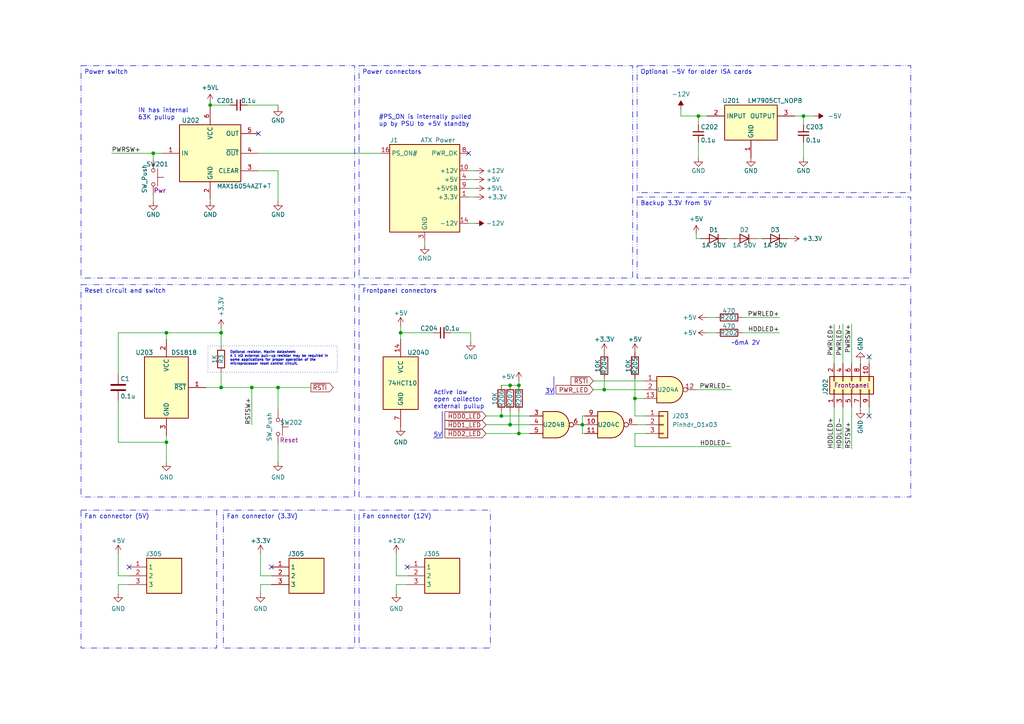
<source format=kicad_sch>
(kicad_sch (version 20230121) (generator eeschema)
  (paper "A4")
  (title_block (title "Raven 68060") (date "2024") (rev "A2") (company "Licensed under CERN-OHL-W v2") (comment 1 "(c)2024 Anders Granlund"))
  (lib_symbols
    (symbol "68k:171856-1003"
      (property "Reference" "J" (at 16.51 7.62 0))
      (property "Value" "171856-1003" (at 16.51 5.08 0))
      (symbol "171856-1003_1_1"
        (rectangle (start 5.08 2.54) (end 15.24 -7.62) (stroke (width 0.254)) (fill (type background)))
        (pin passive line (at 0 0 0) (length 5.08) (name "1") (number "1"))
        (pin passive line (at 0 -2.54 0) (length 5.08) (name "2") (number "2"))
        (pin passive line (at 0 -5.08 0) (length 5.08) (name "3") (number "3"))
      )
    )
    (symbol "68k:ATX_pwr24"
      (property "Reference" "J" (at -8.89 13.97 0))
      (property "Value" "ATX Power" (at 3.81 13.97 0))
      (symbol "ATX_pwr24_0_1"
        (rectangle (start -10.16 12.7) (end 10.16 -12.7) (stroke (width 0.254)) (fill (type background)))
      )
      (symbol "ATX_pwr24_1_1"
        (pin power_out line (at 12.7 -2.54 180) (length 2.54) (name "+3.3V") (number "1"))
        (pin power_out line (at 12.7 5.08 180) (length 2.54) (name "+12V") (number "10"))
        (pin passive line (at 12.7 5.08 180) (length 2.54) hide (name "+12V") (number "11"))
        (pin passive line (at 12.7 -2.54 180) (length 2.54) hide (name "+3.3V") (number "12"))
        (pin passive line (at 12.7 -2.54 180) (length 2.54) hide (name "+3.3V") (number "13"))
        (pin power_out line (at 12.7 -10.16 180) (length 2.54) (name "-12V") (number "14"))
        (pin passive line (at 0 -15.24 90) (length 2.54) hide (name "GND") (number "15"))
        (pin open_collector line (at -12.7 10.16 0) (length 2.54) (name "PS_ON#") (number "16"))
        (pin passive line (at 0 -15.24 90) (length 2.54) hide (name "GND") (number "17"))
        (pin passive line (at 0 -15.24 90) (length 2.54) hide (name "GND") (number "18"))
        (pin passive line (at 0 -15.24 90) (length 2.54) hide (name "GND") (number "19"))
        (pin passive line (at 12.7 -2.54 180) (length 2.54) hide (name "+3.3V") (number "2"))
        (pin no_connect line (at -10.16 0 0) (length 2.54) hide (name "NC") (number "20"))
        (pin passive line (at 12.7 2.54 180) (length 2.54) hide (name "+5V") (number "21"))
        (pin passive line (at 12.7 2.54 180) (length 2.54) hide (name "+5V") (number "22"))
        (pin passive line (at 12.7 2.54 180) (length 2.54) hide (name "+5V") (number "23"))
        (pin passive line (at 0 -15.24 90) (length 2.54) hide (name "GND") (number "24"))
        (pin power_out line (at 0 -15.24 90) (length 2.54) (name "GND") (number "3"))
        (pin power_out line (at 12.7 2.54 180) (length 2.54) (name "+5V") (number "4"))
        (pin passive line (at 0 -15.24 90) (length 2.54) hide (name "GND") (number "5"))
        (pin passive line (at 12.7 2.54 180) (length 2.54) hide (name "+5V") (number "6"))
        (pin passive line (at 0 -15.24 90) (length 2.54) hide (name "GND") (number "7"))
        (pin output line (at 12.7 10.16 180) (length 2.54) (name "PWR_OK") (number "8"))
        (pin power_out line (at 12.7 0 180) (length 2.54) (name "+5VSB") (number "9"))
      )
    )
    (symbol "68k:DS1818-10+T&R"
      (property "Reference" "U" (at 5.08 5.08 0))
      (property "Value" "DS1818" (at 6.35 -10.16 90))
      (symbol "DS1818-10+T&R_1_1"
        (rectangle (start 5.08 2.54) (end 17.78 -15.24) (stroke (width 0.254)) (fill (type background)))
        (pin open_collector line (at 22.86 -6.35 180) (length 5.08) (name "~{RST}") (number "1"))
        (pin power_in line (at 11.43 7.62 270) (length 5.08) (name "VCC") (number "2"))
        (pin power_in line (at 11.43 -20.32 90) (length 5.08) (name "GND") (number "3"))
      )
    )
    (symbol "68k:LM7905CT_NOPB"
      (property "Reference" "U" (at 21.59 7.62 0))
      (property "Value" "LM7905CT_NOPB" (at 21.59 5.08 0))
      (symbol "LM7905CT_NOPB_1_1"
        (rectangle (start 5.08 2.54) (end 20.32 -7.62) (stroke (width 0.254)) (fill (type background)))
        (pin power_in line (at 12.7 -12.7 90) (length 5.08) (name "GND") (number "1"))
        (pin power_in line (at 0 -0.635 0) (length 5.08) (name "INPUT") (number "2"))
        (pin power_out line (at 25.4 -0.635 180) (length 5.08) (name "OUTPUT") (number "3"))
      )
    )
    (symbol "68k:MAX16054AZT+T"
      (property "Reference" "U" (at 26.67 7.62 0))
      (property "Value" "MAX16054AZT+T" (at 26.67 5.08 0))
      (symbol "MAX16054AZT+T_1_1"
        (rectangle (start 7.62 2.54) (end 25.4 -13.97) (stroke (width 0.254)) (fill (type background)))
        (pin passive line (at 2.54 -5.715 0) (length 5.08) (name "IN") (number "1"))
        (pin passive line (at 16.51 -19.05 90) (length 5.08) (name "GND") (number "2"))
        (pin passive line (at 30.48 -10.795 180) (length 5.08) (name "CLEAR") (number "3"))
        (pin passive line (at 30.48 -5.715 180) (length 5.08) (name "~{OUT}") (number "4"))
        (pin passive line (at 30.48 0 180) (length 5.08) (name "OUT") (number "5"))
        (pin passive line (at 16.51 7.62 270) (length 5.08) (name "VCC") (number "6"))
      )
    )
    (symbol "68k:c_100nf_smd1206" (pin_numbers hide) (pin_names (offset 0.254) hide)
      (property "Reference" "C" (at 0.635 1.905 0))
      (property "Value" "0.1u" (at 0.635 -1.905 0))
      (symbol "c_100nf_smd1206_0_1"
        (polyline (pts (xy -1.524 -0.508) (xy 1.524 -0.508)) (stroke (width 0.3302)))
        (polyline (pts (xy -1.524 0.508) (xy 1.524 0.508)) (stroke (width 0.3048)))
      )
      (symbol "c_100nf_smd1206_1_1"
        (pin passive line (at 0 2.54 270) (length 2.032) (name "~") (number "1"))
        (pin passive line (at 0 -2.54 90) (length 2.032) (name "~") (number "2"))
      )
    )
    (symbol "68k:d_1n4001_smd123f" (pin_numbers hide) (pin_names (offset 1.016) hide)
      (property "Reference" "D" (at 0 2.54 0))
      (property "Value" "1A 50V" (at 0 -2.54 0))
      (symbol "d_1n4001_smd123f_0_1"
        (polyline (pts (xy -1.27 1.27) (xy -1.27 -1.27)) (stroke (width 0.254)))
        (polyline (pts (xy 1.27 0) (xy -1.27 0)))
        (polyline (pts (xy 1.27 1.27) (xy 1.27 -1.27) (xy -1.27 0) (xy 1.27 1.27)) (stroke (width 0.254)))
      )
      (symbol "d_1n4001_smd123f_1_1"
        (pin passive line (at -3.81 0 0) (length 2.54) (name "K") (number "1"))
        (pin passive line (at 3.81 0 180) (length 2.54) (name "A") (number "2"))
      )
    )
    (symbol "74xx:74LS10" (pin_names (offset 1.016))
      (property "Reference" "U" (at 0 1.27 0))
      (property "Value" "74LS10" (at 0 -1.27 0))
      (symbol "74LS10_1_1"
        (arc (start 0 -3.81) (mid 3.7934 0) (end 0 3.81) (stroke (width 0.254)) (fill (type background)))
        (polyline (pts (xy 0 3.81) (xy -3.81 3.81) (xy -3.81 -3.81) (xy 0 -3.81)) (stroke (width 0.254)) (fill (type background)))
        (pin input line (at -7.62 2.54 0) (length 3.81) (name "~") (number "1"))
        (pin output inverted (at 7.62 0 180) (length 3.81) (name "~") (number "12"))
        (pin input line (at -7.62 -2.54 0) (length 3.81) (name "~") (number "13"))
        (pin input line (at -7.62 0 0) (length 3.81) (name "~") (number "2"))
      )
      (symbol "74LS10_1_2"
        (arc (start -3.81 -3.81) (mid -2.589 0) (end -3.81 3.81) (stroke (width 0.254)))
        (arc (start -0.6096 -3.81) (mid 2.1842 -2.5851) (end 3.81 0) (stroke (width 0.254)) (fill (type background)))
        (polyline (pts (xy -3.81 -3.81) (xy -0.635 -3.81)) (stroke (width 0.254)) (fill (type background)))
        (polyline (pts (xy -3.81 3.81) (xy -0.635 3.81)) (stroke (width 0.254)) (fill (type background)))
        (polyline (pts (xy -0.635 3.81) (xy -3.81 3.81) (xy -3.81 3.81) (xy -3.556 3.4036) (xy -3.0226 2.2606) (xy -2.6924 1.0414) (xy -2.6162 -0.254) (xy -2.7686 -1.4986) (xy -3.175 -2.7178) (xy -3.81 -3.81) (xy -3.81 -3.81) (xy -0.635 -3.81)) (stroke (width -25.4)) (fill (type background)))
        (arc (start 3.81 0) (mid 2.1915 2.5936) (end -0.6096 3.81) (stroke (width 0.254)) (fill (type background)))
        (pin input inverted (at -7.62 2.54 0) (length 4.318) (name "~") (number "1"))
        (pin output line (at 7.62 0 180) (length 3.81) (name "~") (number "12"))
        (pin input inverted (at -7.62 -2.54 0) (length 4.318) (name "~") (number "13"))
        (pin input inverted (at -7.62 0 0) (length 4.953) (name "~") (number "2"))
      )
      (symbol "74LS10_2_1"
        (arc (start 0 -3.81) (mid 3.7934 0) (end 0 3.81) (stroke (width 0.254)) (fill (type background)))
        (polyline (pts (xy 0 3.81) (xy -3.81 3.81) (xy -3.81 -3.81) (xy 0 -3.81)) (stroke (width 0.254)) (fill (type background)))
        (pin input line (at -7.62 2.54 0) (length 3.81) (name "~") (number "3"))
        (pin input line (at -7.62 0 0) (length 3.81) (name "~") (number "4"))
        (pin input line (at -7.62 -2.54 0) (length 3.81) (name "~") (number "5"))
        (pin output inverted (at 7.62 0 180) (length 3.81) (name "~") (number "6"))
      )
      (symbol "74LS10_2_2"
        (arc (start -3.81 -3.81) (mid -2.589 0) (end -3.81 3.81) (stroke (width 0.254)))
        (arc (start -0.6096 -3.81) (mid 2.1842 -2.5851) (end 3.81 0) (stroke (width 0.254)) (fill (type background)))
        (polyline (pts (xy -3.81 -3.81) (xy -0.635 -3.81)) (stroke (width 0.254)) (fill (type background)))
        (polyline (pts (xy -3.81 3.81) (xy -0.635 3.81)) (stroke (width 0.254)) (fill (type background)))
        (polyline (pts (xy -0.635 3.81) (xy -3.81 3.81) (xy -3.81 3.81) (xy -3.556 3.4036) (xy -3.0226 2.2606) (xy -2.6924 1.0414) (xy -2.6162 -0.254) (xy -2.7686 -1.4986) (xy -3.175 -2.7178) (xy -3.81 -3.81) (xy -3.81 -3.81) (xy -0.635 -3.81)) (stroke (width -25.4)) (fill (type background)))
        (arc (start 3.81 0) (mid 2.1915 2.5936) (end -0.6096 3.81) (stroke (width 0.254)) (fill (type background)))
        (pin input inverted (at -7.62 2.54 0) (length 4.318) (name "~") (number "3"))
        (pin input inverted (at -7.62 0 0) (length 4.953) (name "~") (number "4"))
        (pin input inverted (at -7.62 -2.54 0) (length 4.318) (name "~") (number "5"))
        (pin output line (at 7.62 0 180) (length 3.81) (name "~") (number "6"))
      )
      (symbol "74LS10_3_1"
        (arc (start 0 -3.81) (mid 3.7934 0) (end 0 3.81) (stroke (width 0.254)) (fill (type background)))
        (polyline (pts (xy 0 3.81) (xy -3.81 3.81) (xy -3.81 -3.81) (xy 0 -3.81)) (stroke (width 0.254)) (fill (type background)))
        (pin input line (at -7.62 0 0) (length 3.81) (name "~") (number "10"))
        (pin input line (at -7.62 -2.54 0) (length 3.81) (name "~") (number "11"))
        (pin output inverted (at 7.62 0 180) (length 3.81) (name "~") (number "8"))
        (pin input line (at -7.62 2.54 0) (length 3.81) (name "~") (number "9"))
      )
      (symbol "74LS10_3_2"
        (arc (start -3.81 -3.81) (mid -2.589 0) (end -3.81 3.81) (stroke (width 0.254)))
        (arc (start -0.6096 -3.81) (mid 2.1842 -2.5851) (end 3.81 0) (stroke (width 0.254)) (fill (type background)))
        (polyline (pts (xy -3.81 -3.81) (xy -0.635 -3.81)) (stroke (width 0.254)) (fill (type background)))
        (polyline (pts (xy -3.81 3.81) (xy -0.635 3.81)) (stroke (width 0.254)) (fill (type background)))
        (polyline (pts (xy -0.635 3.81) (xy -3.81 3.81) (xy -3.81 3.81) (xy -3.556 3.4036) (xy -3.0226 2.2606) (xy -2.6924 1.0414) (xy -2.6162 -0.254) (xy -2.7686 -1.4986) (xy -3.175 -2.7178) (xy -3.81 -3.81) (xy -3.81 -3.81) (xy -0.635 -3.81)) (stroke (width -25.4)) (fill (type background)))
        (arc (start 3.81 0) (mid 2.1915 2.5936) (end -0.6096 3.81) (stroke (width 0.254)) (fill (type background)))
        (pin input inverted (at -7.62 0 0) (length 4.953) (name "~") (number "10"))
        (pin input inverted (at -7.62 -2.54 0) (length 4.318) (name "~") (number "11"))
        (pin output line (at 7.62 0 180) (length 3.81) (name "~") (number "8"))
        (pin input inverted (at -7.62 2.54 0) (length 4.318) (name "~") (number "9"))
      )
      (symbol "74LS10_4_0"
        (pin power_in line (at 0 12.7 270) (length 5.08) (name "VCC") (number "14"))
        (pin power_in line (at 0 -12.7 90) (length 5.08) (name "GND") (number "7"))
      )
      (symbol "74LS10_4_1"
        (rectangle (start -5.08 7.62) (end 5.08 -7.62) (stroke (width 0.254)) (fill (type background)))
      )
    )
    (symbol "Connector_Generic:Conn_01x03" (pin_names (offset 1.016) hide)
      (property "Reference" "J" (at 0 5.08 0))
      (property "Value" "Conn_01x03" (at 0 -5.08 0))
      (symbol "Conn_01x03_1_1"
        (rectangle (start -1.27 -2.413) (end 0 -2.667) (stroke (width 0.1524)))
        (rectangle (start -1.27 0.127) (end 0 -0.127) (stroke (width 0.1524)))
        (rectangle (start -1.27 2.667) (end 0 2.413) (stroke (width 0.1524)))
        (rectangle (start -1.27 3.81) (end 1.27 -3.81) (stroke (width 0.254)) (fill (type background)))
        (pin passive line (at -5.08 2.54 0) (length 3.81) (name "Pin_1") (number "1"))
        (pin passive line (at -5.08 0 0) (length 3.81) (name "Pin_2") (number "2"))
        (pin passive line (at -5.08 -2.54 0) (length 3.81) (name "Pin_3") (number "3"))
      )
    )
    (symbol "Connector_Generic:Conn_02x05_Odd_Even" (pin_names (offset 1.016) hide)
      (property "Reference" "J" (at 1.27 7.62 0))
      (property "Value" "Conn_02x05_Odd_Even" (at 1.27 -7.62 0))
      (symbol "Conn_02x05_Odd_Even_1_1"
        (rectangle (start -1.27 -4.953) (end 0 -5.207) (stroke (width 0.1524)))
        (rectangle (start -1.27 -2.413) (end 0 -2.667) (stroke (width 0.1524)))
        (rectangle (start -1.27 0.127) (end 0 -0.127) (stroke (width 0.1524)))
        (rectangle (start -1.27 2.667) (end 0 2.413) (stroke (width 0.1524)))
        (rectangle (start -1.27 5.207) (end 0 4.953) (stroke (width 0.1524)))
        (rectangle (start -1.27 6.35) (end 3.81 -6.35) (stroke (width 0.254)) (fill (type background)))
        (rectangle (start 3.81 -4.953) (end 2.54 -5.207) (stroke (width 0.1524)))
        (rectangle (start 3.81 -2.413) (end 2.54 -2.667) (stroke (width 0.1524)))
        (rectangle (start 3.81 0.127) (end 2.54 -0.127) (stroke (width 0.1524)))
        (rectangle (start 3.81 2.667) (end 2.54 2.413) (stroke (width 0.1524)))
        (rectangle (start 3.81 5.207) (end 2.54 4.953) (stroke (width 0.1524)))
        (pin passive line (at -5.08 5.08 0) (length 3.81) (name "Pin_1") (number "1"))
        (pin passive line (at 7.62 -5.08 180) (length 3.81) (name "Pin_10") (number "10"))
        (pin passive line (at 7.62 5.08 180) (length 3.81) (name "Pin_2") (number "2"))
        (pin passive line (at -5.08 2.54 0) (length 3.81) (name "Pin_3") (number "3"))
        (pin passive line (at 7.62 2.54 180) (length 3.81) (name "Pin_4") (number "4"))
        (pin passive line (at -5.08 0 0) (length 3.81) (name "Pin_5") (number "5"))
        (pin passive line (at 7.62 0 180) (length 3.81) (name "Pin_6") (number "6"))
        (pin passive line (at -5.08 -2.54 0) (length 3.81) (name "Pin_7") (number "7"))
        (pin passive line (at 7.62 -2.54 180) (length 3.81) (name "Pin_8") (number "8"))
        (pin passive line (at -5.08 -5.08 0) (length 3.81) (name "Pin_9") (number "9"))
      )
    )
    (symbol "Device:C" (pin_numbers hide) (pin_names (offset 0.254))
      (property "Reference" "C" (at 0.635 2.54 0))
      (property "Value" "C" (at 0.635 -2.54 0))
      (symbol "C_0_1"
        (polyline (pts (xy -2.032 -0.762) (xy 2.032 -0.762)) (stroke (width 0.508)))
        (polyline (pts (xy -2.032 0.762) (xy 2.032 0.762)) (stroke (width 0.508)))
      )
      (symbol "C_1_1"
        (pin passive line (at 0 3.81 270) (length 2.794) (name "~") (number "1"))
        (pin passive line (at 0 -3.81 90) (length 2.794) (name "~") (number "2"))
      )
    )
    (symbol "Device:R" (pin_numbers hide) (pin_names (offset 0))
      (property "Reference" "R" (at 2.032 0 90))
      (property "Value" "R" (at 0 0 90))
      (symbol "R_0_1"
        (rectangle (start -1.016 -2.54) (end 1.016 2.54) (stroke (width 0.254)))
      )
      (symbol "R_1_1"
        (pin passive line (at 0 3.81 270) (length 1.27) (name "~") (number "1"))
        (pin passive line (at 0 -3.81 90) (length 1.27) (name "~") (number "2"))
      )
    )
    (symbol "Switch:SW_Push" (pin_numbers hide) (pin_names (offset 1.016) hide)
      (property "Reference" "SW" (at 1.27 2.54 0))
      (property "Value" "SW_Push" (at 0 -1.524 0))
      (symbol "SW_Push_0_1"
        (circle (center -2.032 0) (radius 0.508))
        (polyline (pts (xy 0 1.27) (xy 0 3.048)))
        (polyline (pts (xy 2.54 1.27) (xy -2.54 1.27)))
        (circle (center 2.032 0) (radius 0.508))
        (pin passive line (at -5.08 0 0) (length 2.54) (name "1") (number "1"))
        (pin passive line (at 5.08 0 180) (length 2.54) (name "2") (number "2"))
      )
    )
    (symbol "power:+12V" (power) (pin_names (offset 0))
      (property "Value" "+12V" (at 0 3.556 0))
      (symbol "+12V_0_1"
        (polyline (pts (xy -0.762 1.27) (xy 0 2.54)))
        (polyline (pts (xy 0 0) (xy 0 2.54)))
        (polyline (pts (xy 0 2.54) (xy 0.762 1.27)))
      )
      (symbol "+12V_1_1"
        (pin power_in line (at 0 0 90) (length 0) hide (name "+12V") (number "1"))
      )
    )
    (symbol "power:+3.3V" (power) (pin_names (offset 0))
      (property "Value" "+3.3V" (at 0 3.556 0))
      (symbol "+3.3V_0_1"
        (polyline (pts (xy -0.762 1.27) (xy 0 2.54)))
        (polyline (pts (xy 0 0) (xy 0 2.54)))
        (polyline (pts (xy 0 2.54) (xy 0.762 1.27)))
      )
      (symbol "+3.3V_1_1"
        (pin power_in line (at 0 0 90) (length 0) hide (name "+3.3V") (number "1"))
      )
    )
    (symbol "power:+5V" (power) (pin_names (offset 0))
      (property "Value" "+5V" (at 0 3.556 0))
      (symbol "+5V_0_1"
        (polyline (pts (xy -0.762 1.27) (xy 0 2.54)))
        (polyline (pts (xy 0 0) (xy 0 2.54)))
        (polyline (pts (xy 0 2.54) (xy 0.762 1.27)))
      )
      (symbol "+5V_1_1"
        (pin power_in line (at 0 0 90) (length 0) hide (name "+5V") (number "1"))
      )
    )
    (symbol "power:+5VL" (power) (pin_names (offset 0))
      (property "Value" "+5VL" (at 0 3.556 0))
      (symbol "+5VL_0_1"
        (polyline (pts (xy -0.762 1.27) (xy 0 2.54)))
        (polyline (pts (xy 0 0) (xy 0 2.54)))
        (polyline (pts (xy 0 2.54) (xy 0.762 1.27)))
      )
      (symbol "+5VL_1_1"
        (pin power_in line (at 0 0 90) (length 0) hide (name "+5VL") (number "1"))
      )
    )
    (symbol "power:-12V" (power) (pin_names (offset 0))
      (property "Value" "-12V" (at 0 3.81 0))
      (symbol "-12V_0_0"
        (pin power_in line (at 0 0 90) (length 0) hide (name "-12V") (number "1"))
      )
      (symbol "-12V_0_1"
        (polyline (pts (xy 0 0) (xy 0 1.27) (xy 0.762 1.27) (xy 0 2.54) (xy -0.762 1.27) (xy 0 1.27)) (fill (type outline)))
      )
    )
    (symbol "power:-5V" (power) (pin_names (offset 0))
      (property "Value" "-5V" (at 0 3.81 0))
      (symbol "-5V_0_0"
        (pin power_in line (at 0 0 90) (length 0) hide (name "-5V") (number "1"))
      )
      (symbol "-5V_0_1"
        (polyline (pts (xy 0 0) (xy 0 1.27) (xy 0.762 1.27) (xy 0 2.54) (xy -0.762 1.27) (xy 0 1.27)) (fill (type outline)))
      )
    )
    (symbol "power:GND" (power) (pin_names (offset 0))
      (property "Value" "GND" (at 0 -3.81 0))
      (symbol "GND_0_1"
        (polyline (pts (xy 0 0) (xy 0 -1.27) (xy 1.27 -1.27) (xy 0 -2.54) (xy -1.27 -1.27) (xy 0 -1.27)))
      )
      (symbol "GND_1_1"
        (pin power_in line (at 0 0 270) (length 0) hide (name "GND") (number "1"))
      )
    )
  )
  (junction (at 150.495 111.76))
  (junction (at 168.91 123.19))
  (junction (at 147.955 111.76))
  (junction (at 175.26 113.03))
  (junction (at 145.415 120.65))
  (junction (at 73.025 112.395))
  (junction (at 48.26 96.52))
  (junction (at 202.565 33.655))
  (junction (at 184.15 115.57))
  (junction (at 44.45 44.45))
  (junction (at 233.045 33.655))
  (junction (at 150.495 125.73))
  (junction (at 60.96 30.48))
  (junction (at 116.205 96.52))
  (junction (at 64.135 96.52))
  (junction (at 48.26 128.27))
  (junction (at 80.645 112.395))
  (junction (at 147.955 123.19))
  (junction (at 64.135 112.395))
  (no_connect (at 78.74 164.465))
  (no_connect (at 74.93 38.735))
  (no_connect (at 118.11 164.465))
  (no_connect (at 135.89 44.45))
  (no_connect (at 252.095 103.505))
  (no_connect (at 252.095 120.65))
  (no_connect (at 37.465 164.465))
  (wire (pts (xy 75.565 169.545) (xy 75.565 172.085)))
  (wire (pts (xy 202.565 41.275) (xy 202.565 45.72)))
  (wire (pts (xy 34.29 96.52) (xy 48.26 96.52)))
  (wire (pts (xy 135.89 49.53) (xy 137.795 49.53)))
  (wire (pts (xy 123.19 69.85) (xy 123.19 71.12)))
  (wire (pts (xy 215.265 96.52) (xy 226.06 96.52)))
  (wire (pts (xy 147.955 111.76) (xy 150.495 111.76)))
  (wire (pts (xy 34.29 167.005) (xy 37.465 167.005)))
  (wire (pts (xy 150.495 125.73) (xy 153.67 125.73)))
  (wire (pts (xy 197.485 33.655) (xy 197.485 31.75)))
  (wire (pts (xy 60.96 29.845) (xy 60.96 30.48)))
  (wire (pts (xy 150.495 110.49) (xy 150.495 111.76)))
  (wire (pts (xy 114.935 169.545) (xy 114.935 172.085)))
  (wire (pts (xy 202.565 33.655) (xy 202.565 36.195)))
  (wire (pts (xy 80.645 30.48) (xy 80.645 31.115)))
  (wire (pts (xy 247.015 118.11) (xy 247.015 130.175)))
  (wire (pts (xy 244.475 93.98) (xy 244.475 105.41)))
  (wire (pts (xy 168.91 123.19) (xy 168.91 125.73)))
  (wire (pts (xy 46.99 44.45) (xy 44.45 44.45)))
  (wire (pts (xy 184.15 125.73) (xy 184.15 129.54)))
  (wire (pts (xy 116.205 94.615) (xy 116.205 96.52)))
  (wire (pts (xy 249.555 118.11) (xy 249.555 118.745)))
  (wire (pts (xy 75.565 160.655) (xy 75.565 167.005)))
  (wire (pts (xy 130.81 96.52) (xy 136.525 96.52)))
  (wire (pts (xy 136.525 96.52) (xy 136.525 99.06)))
  (wire (pts (xy 44.45 44.45) (xy 44.45 46.355)))
  (wire (pts (xy 74.93 49.53) (xy 80.645 49.53)))
  (wire (pts (xy 60.96 30.48) (xy 66.675 30.48)))
  (wire (pts (xy 80.645 128.905) (xy 80.645 133.985)))
  (wire (pts (xy 172.085 110.49) (xy 186.69 110.49)))
  (wire (pts (xy 64.135 95.25) (xy 64.135 96.52)))
  (wire (pts (xy 207.645 96.52) (xy 205.105 96.52)))
  (wire (pts (xy 114.935 160.655) (xy 114.935 167.005)))
  (wire (pts (xy 64.135 112.395) (xy 73.025 112.395)))
  (wire (pts (xy 78.74 169.545) (xy 75.565 169.545)))
  (wire (pts (xy 244.475 118.11) (xy 244.475 130.175)))
  (wire (pts (xy 175.26 113.03) (xy 186.69 113.03)))
  (wire (pts (xy 228.6 69.215) (xy 229.235 69.215)))
  (wire (pts (xy 73.025 112.395) (xy 73.025 123.19)))
  (wire (pts (xy 60.96 57.785) (xy 60.96 58.42)))
  (wire (pts (xy 37.465 169.545) (xy 34.29 169.545)))
  (wire (pts (xy 184.15 115.57) (xy 186.69 115.57)))
  (wire (pts (xy 233.045 33.655) (xy 236.22 33.655)))
  (wire (pts (xy 80.645 112.395) (xy 80.645 118.745)))
  (wire (pts (xy 60.96 30.48) (xy 60.96 31.115)))
  (wire (pts (xy 145.415 111.76) (xy 147.955 111.76)))
  (wire (pts (xy 64.135 96.52) (xy 48.26 96.52)))
  (wire (pts (xy 169.545 120.65) (xy 168.91 120.65)))
  (wire (pts (xy 210.82 69.215) (xy 212.09 69.215)))
  (wire (pts (xy 32.385 44.45) (xy 44.45 44.45)))
  (wire (pts (xy 34.29 116.205) (xy 34.29 128.27)))
  (wire (pts (xy 80.645 49.53) (xy 80.645 58.42)))
  (wire (pts (xy 147.955 123.19) (xy 153.67 123.19)))
  (wire (pts (xy 48.26 126.365) (xy 48.26 128.27)))
  (wire (pts (xy 215.265 92.075) (xy 226.06 92.075)))
  (wire (pts (xy 114.935 167.005) (xy 118.11 167.005)))
  (wire (pts (xy 184.785 123.19) (xy 187.325 123.19)))
  (wire (pts (xy 150.495 119.38) (xy 150.495 125.73)))
  (wire (pts (xy 75.565 167.005) (xy 78.74 167.005)))
  (wire (pts (xy 73.025 112.395) (xy 80.645 112.395)))
  (wire (pts (xy 205.105 33.655) (xy 202.565 33.655)))
  (wire (pts (xy 247.015 93.98) (xy 247.015 105.41)))
  (wire (pts (xy 118.11 169.545) (xy 114.935 169.545)))
  (wire (pts (xy 241.935 93.98) (xy 241.935 105.41)))
  (wire (pts (xy 241.935 118.11) (xy 241.935 130.175)))
  (wire (pts (xy 202.565 33.655) (xy 197.485 33.655)))
  (wire (pts (xy 201.93 69.215) (xy 201.93 67.945)))
  (wire (pts (xy 219.71 69.215) (xy 220.98 69.215)))
  (wire (pts (xy 59.69 112.395) (xy 64.135 112.395)))
  (wire (pts (xy 135.89 57.15) (xy 137.795 57.15)))
  (wire (pts (xy 184.15 109.855) (xy 184.15 115.57)))
  (wire (pts (xy 140.97 120.65) (xy 145.415 120.65)))
  (wire (pts (xy 252.095 120.65) (xy 252.095 118.11)))
  (wire (pts (xy 203.2 69.215) (xy 201.93 69.215)))
  (wire (pts (xy 145.415 120.65) (xy 153.67 120.65)))
  (wire (pts (xy 44.45 56.515) (xy 44.45 58.42)))
  (wire (pts (xy 168.91 125.73) (xy 169.545 125.73)))
  (wire (pts (xy 140.97 125.73) (xy 150.495 125.73)))
  (wire (pts (xy 34.29 160.655) (xy 34.29 167.005)))
  (wire (pts (xy 175.26 109.855) (xy 175.26 113.03)))
  (wire (pts (xy 135.89 54.61) (xy 137.795 54.61)))
  (wire (pts (xy 48.26 128.27) (xy 48.26 133.985)))
  (wire (pts (xy 233.045 41.275) (xy 233.045 45.72)))
  (wire (pts (xy 116.205 96.52) (xy 116.205 98.425)))
  (wire (pts (xy 249.555 104.775) (xy 249.555 105.41)))
  (wire (pts (xy 233.045 33.655) (xy 233.045 36.195)))
  (wire (pts (xy 168.91 123.19) (xy 169.545 123.19)))
  (wire (pts (xy 230.505 33.655) (xy 233.045 33.655)))
  (wire (pts (xy 34.29 169.545) (xy 34.29 172.085)))
  (wire (pts (xy 187.325 120.65) (xy 184.15 120.65)))
  (wire (pts (xy 64.135 107.95) (xy 64.135 112.395)))
  (wire (pts (xy 252.095 103.505) (xy 252.095 105.41)))
  (wire (pts (xy 48.26 96.52) (xy 48.26 98.425)))
  (wire (pts (xy 187.325 125.73) (xy 184.15 125.73)))
  (wire (pts (xy 201.93 113.03) (xy 212.09 113.03)))
  (wire (pts (xy 140.97 123.19) (xy 147.955 123.19)))
  (wire (pts (xy 116.205 96.52) (xy 125.73 96.52)))
  (wire (pts (xy 147.955 119.38) (xy 147.955 123.19)))
  (wire (pts (xy 168.91 120.65) (xy 168.91 123.19)))
  (wire (pts (xy 184.15 129.54) (xy 212.09 129.54)))
  (wire (pts (xy 64.135 96.52) (xy 64.135 100.33)))
  (wire (pts (xy 184.15 120.65) (xy 184.15 115.57)))
  (wire (pts (xy 34.29 128.27) (xy 48.26 128.27)))
  (wire (pts (xy 172.085 113.03) (xy 175.26 113.03)))
  (wire (pts (xy 207.645 92.075) (xy 205.105 92.075)))
  (wire (pts (xy 34.29 108.585) (xy 34.29 96.52)))
  (wire (pts (xy 135.89 52.07) (xy 137.795 52.07)))
  (wire (pts (xy 145.415 119.38) (xy 145.415 120.65)))
  (wire (pts (xy 135.89 64.77) (xy 137.795 64.77)))
  (wire (pts (xy 80.645 112.395) (xy 90.17 112.395)))
  (wire (pts (xy 74.93 44.45) (xy 110.49 44.45)))
  (wire (pts (xy 71.755 30.48) (xy 80.645 30.48)))
  (rectangle (start 60.96 100.965) (end 60.96 100.965))
  (rectangle (start 60.325 100.33) (end 97.79 107.95) (stroke (width 0) (type dot)))
  (rectangle (start 125.73 127) (end 128.27 127))
  (rectangle (start 128.27 119.38) (end 128.27 127))
  (rectangle (start 158.115 114.3) (end 160.655 114.3))
  (rectangle (start 160.655 109.22) (end 160.655 114.3))
  (text_box "Power connectors" (at 104.14 19.05 0) (size 79.375 61.595) (stroke (width 0) (type dash_dot_dot)) (effects (font (size 1.27 1.27)) (justify left top)))
  (text_box "Fan connector (5V)" (at 23.495 147.955 0) (size 39.37 40.005) (stroke (width 0) (type dash_dot_dot)) (effects (font (size 1.27 1.27)) (justify left top)))
  (text_box "Optional -5V for older ISA cards" (at 184.785 19.05 0) (size 79.375 36.83) (stroke (width 0) (type dash_dot_dot)) (effects (font (size 1.27 1.27)) (justify left top)))
  (text_box "Fan connector (3.3V)" (at 64.77 147.955 0) (size 38.1 40.005) (stroke (width 0) (type dash_dot_dot)) (effects (font (size 1.27 1.27)) (justify left top)))
  (text_box "Reset circuit and switch" (at 23.495 82.55 0) (size 79.375 61.595) (stroke (width 0) (type dash_dot_dot)) (effects (font (size 1.27 1.27)) (justify left top)))
  (text_box "Backup 3.3V from 5V" (at 184.785 57.15 0) (size 79.375 23.495) (stroke (width 0) (type dash_dot_dot)) (effects (font (size 1.27 1.27)) (justify left top)))
  (text_box "Frontpanel connectors" (at 104.14 82.55 0) (size 160.02 61.595) (stroke (width 0) (type dash_dot_dot)) (effects (font (size 1.27 1.27)) (justify left top)))
  (text_box "Power switch" (at 23.495 19.05 0) (size 79.375 61.595) (stroke (width 0) (type dash_dot_dot)) (effects (font (size 1.27 1.27)) (justify left top)))
  (text_box "Fan connector (12V)" (at 104.14 147.955 0) (size 38.1 40.005) (stroke (width 0) (type dash_dot_dot)) (effects (font (size 1.27 1.27)) (justify left top)))
  (text "~6mA 2V" (at 212.09 100.33 0) (effects (font (size 1.27 1.27)) (justify left bottom)))
  (text "IN has internal\n63K pullup" (at 40.005 34.925 0) (effects (font (size 1.27 1.27)) (justify left bottom)))
  (text "3V" (at 158.115 114.3 0) (effects (font (size 1.27 1.27)) (justify left bottom)))
  (text "Active low\nopen collector\nexternal pullup" (at 125.73 118.745 0) (effects (font (size 1.27 1.27)) (justify left bottom)))
  (text "#PS_ON is internally pulled\nup by PSU to +5V standby" (at 109.855 36.83 0) (effects (font (size 1.27 1.27)) (justify left bottom)))
  (text "Optional resistor, Maxim datasheet:\nA 1 kΩ external pull-up resistor may be required in\nsome applications for proper operation of the\nmicroprocessor reset control circuit." (at 66.675 106.045 0) (effects (font (size 0.7 0.7)) (justify left bottom)))
  (text "5V" (at 125.73 127 0) (effects (font (size 1.27 1.27)) (justify left bottom)))
  (label "HDDLED-" (at 212.09 129.54 180))
  (label "PWRLED+" (at 241.935 93.98 270))
  (label "PWRLED-" (at 212.09 113.03 180))
  (label "PWRLED-" (at 244.475 93.98 270))
  (label "HDDLED+" (at 241.935 130.175 90))
  (label "HDDLED+" (at 226.06 96.52 180))
  (label "RSTSW+" (at 247.015 130.175 90))
  (label "HDDLED-" (at 244.475 130.175 90))
  (label "RSTSW+" (at 73.025 123.19 90))
  (label "PWRSW+" (at 32.385 44.45 0))
  (label "PWRLED+" (at 226.06 92.075 180))
  (label "PWRSW+" (at 247.015 93.98 270))
  (global_label "~{HDD0_LED}" (shape input) (at 140.97 120.65 180) (property "Intersheetrefs" "${INTERSHEET_REFS}" (effects hide)))
  (global_label "~{RSTI}" (shape output) (at 90.17 112.395 0) (property "Intersheetrefs" "${INTERSHEET_REFS}" (effects hide)))
  (global_label "~{RSTI}" (shape input) (at 172.085 110.49 180) (property "Intersheetrefs" "${INTERSHEET_REFS}" (effects hide)))
  (global_label "~{HDD2_LED}" (shape input) (at 140.97 125.73 180) (property "Intersheetrefs" "${INTERSHEET_REFS}" (effects hide)))
  (global_label "PWR_LED" (shape input) (at 172.085 113.03 180) (property "Intersheetrefs" "${INTERSHEET_REFS}" (effects hide)))
  (global_label "~{HDD1_LED}" (shape input) (at 140.97 123.19 180) (property "Intersheetrefs" "${INTERSHEET_REFS}" (effects hide)))
  (symbol (lib_id "Switch:SW_Push") (at 80.645 123.825 270) (unit 1)
    (property "Reference" "SW202" (at 84.455 122.555 90))
    (property "Value" "SW_Push" (at 78.105 123.825 0))
    (property "Footprint" "Button_Switch_THT:SW_PUSH_6mm_H4.3mm" (effects hide))
    (property "Name" "Reset" (at 83.82 127.635 90))
    (property "Manufacturer_Name" "Alps Alpine" (effects hide))
    (property "Manufacturer_Part_Number" "SKHHARA010" (effects hide))
  )
  (symbol (lib_id "power:+3.3V") (at 64.135 95.25 0) (mirror y) (unit 1)
    (property "Reference" "#PWR011" (effects hide))
    (property "Value" "+3.3V" (at 64.135 88.9 90))
    (instances (project "raven" (path "" (reference "#PWR011") (unit 1)) (path "" (reference "#PWR0221") (unit 1))))
  )
  (symbol (lib_id "power:+5V") (at 205.105 92.075 90) (unit 1)
    (property "Reference" "#PWR010" (effects hide))
    (property "Value" "+5V" (at 200.025 92.075 90))
    (instances (project "raven" (path "" (reference "#PWR010") (unit 1)) (path "" (reference "#PWR0219") (unit 1))))
  )
  (symbol (lib_id "68k:LM7905CT_NOPB") (at 205.105 33.02 0) (unit 1)
    (property "Reference" "U201" (at 212.09 29.21 0))
    (property "Value" "LM7905CT_NOPB" (at 224.79 29.21 0))
    (property "Footprint" "Package_TO_SOT_THT:TO-220-3_Horizontal_TabDown" (effects hide))
    (property "Datasheet" "https://datasheet.datasheetarchive.com/originals/distributors/Datasheets-SFU2/DSASFU100036452.pdf" (effects hide))
    (property "Height" "4.7" (effects hide))
    (property "Mouser Part Number" "926-LM7905CT/NOPB" (effects hide))
    (property "Mouser Price/Stock" "https://www.mouser.co.uk/ProductDetail/Texas-Instruments/LM7905CT-NOPB?qs=QbsRYf82W3EUyxHaqeuxKA%3D%3D" (effects hide))
    (property "Manufacturer_Name" "Texas Instruments" (effects hide))
    (property "Manufacturer_Part_Number" "LM7905CT/NOPB" (effects hide))
  )
  (symbol (lib_id "power:+5V") (at 205.105 96.52 90) (unit 1)
    (property "Reference" "#PWR010" (effects hide))
    (property "Value" "+5V" (at 200.025 96.52 90))
    (instances (project "raven" (path "" (reference "#PWR010") (unit 1)) (path "" (reference "#PWR0222") (unit 1))))
  )
  (symbol (lib_id "Device:R") (at 184.15 106.045 180) (unit 1)
    (property "Reference" "R205" (at 184.15 103.505 90) (effects (justify left)))
    (property "Value" "10K" (at 182.245 104.14 90) (effects (justify left)))
    (property "Footprint" "Resistor_SMD:R_1206_3216Metric_Pad1.30x1.75mm_HandSolder" (effects hide))
    (property "Manufacturer_Name" "Yageo" (effects hide))
    (property "Manufacturer_Part_Number" "RT1206FRE0710KL" (effects hide))
  )
  (symbol (lib_id "power:GND") (at 114.935 172.085 0) (unit 1)
    (property "Reference" "#PWR020" (effects hide))
    (property "Value" "GND" (at 114.935 176.53 0))
    (instances (project "raven" (path "" (reference "#PWR020") (unit 1)) (path "" (reference "#PWR0237") (unit 1))))
  )
  (symbol (lib_id "Switch:SW_Push") (at 44.45 51.435 270) (mirror x) (unit 1)
    (property "Reference" "SW201" (at 48.895 47.625 90) (effects (justify right)))
    (property "Value" "SW_Push" (at 41.91 47.625 0) (effects (justify right)))
    (property "Footprint" "Button_Switch_THT:SW_PUSH_6mm_H4.3mm" (effects hide))
    (property "Name" "Pwr" (at 46.355 55.245 90))
    (property "Manufacturer_Name" "Alps Alpine" (effects hide))
    (property "Manufacturer_Part_Number" "SKHHARA010" (effects hide))
  )
  (symbol (lib_id "Device:R") (at 211.455 96.52 90) (unit 1)
    (property "Reference" "R202" (at 213.995 96.52 90) (effects (justify left)))
    (property "Value" "470" (at 213.36 94.615 90) (effects (justify left)))
    (property "Footprint" "Resistor_SMD:R_1206_3216Metric_Pad1.30x1.75mm_HandSolder" (effects hide))
    (property "Manufacturer_Name" "Yageo" (effects hide))
    (property "Manufacturer_Part_Number" "RT1206FRE07470RL" (effects hide))
  )
  (symbol (lib_id "power:GND") (at 136.525 99.06 0) (unit 1)
    (property "Reference" "#PWR020" (effects hide))
    (property "Value" "GND" (at 136.525 103.505 0))
    (instances (project "raven" (path "" (reference "#PWR020") (unit 1)) (path "" (reference "#PWR0223") (unit 1))))
  )
  (symbol (lib_id "68k:MAX16054AZT+T") (at 44.45 38.735 0) (unit 1)
    (property "Reference" "U202" (at 52.705 34.925 0) (effects (justify left)))
    (property "Value" "MAX16054AZT+T" (at 62.865 53.975 0) (effects (justify left)))
    (property "Footprint" "68k:SOT95P275X110-6N" (effects hide))
    (property "Datasheet" "https://datasheet.datasheetarchive.com/originals/distributors/SFDatasheet-4/sf-00087822.pdf" (effects hide))
    (property "Height" "1.1" (effects hide))
    (property "Mouser Part Number" "700-MAX16054AZTT" (effects hide))
    (property "Mouser Price/Stock" "https://www.mouser.co.uk/ProductDetail/Analog-Devices-Maxim-Integrated/MAX16054AZT%2bT?qs=CDqwynd4ZNoG75aAAjGoqQ%3D%3D" (effects hide))
    (property "Manufacturer_Name" "Analog Devices" (effects hide))
    (property "Manufacturer_Part_Number" "MAX16054AZT+T" (effects hide))
  )
  (symbol (lib_id "68k:c_100nf_smd1206") (at 69.215 30.48 90) (unit 1)
    (property "Reference" "C201" (at 67.945 29.21 90) (effects (justify left)))
    (property "Value" "0.1u" (at 74.295 29.21 90) (effects (justify left)))
    (property "Footprint" "Capacitor_SMD:C_1206_3216Metric_Pad1.33x1.80mm_HandSolder" (effects hide))
    (property "Datasheet" "https://www.mouser.se/datasheet/2/447/KEM_C1002_X7R_SMD-3316098.pdf" (effects hide))
    (property "Manufacturer_Name" "Kemet" (effects hide))
    (property "Manufacturer_Part_Number" "C1206C104K5RACTU" (effects hide))
  )
  (symbol (lib_id "power:+5V") (at 150.495 110.49 0) (unit 1)
    (property "Reference" "#PWR010" (effects hide))
    (property "Value" "+5V" (at 147.32 109.22 0))
    (instances (project "raven" (path "" (reference "#PWR010") (unit 1)) (path "" (reference "#PWR0227") (unit 1))))
  )
  (symbol (lib_id "power:-12V") (at 137.795 64.77 270) (unit 1)
    (property "Reference" "#PWR012" (effects hide))
    (property "Value" "-12V" (at 140.97 64.77 90) (effects (justify left)))
    (instances (project "raven" (path "" (reference "#PWR012") (unit 1)) (path "" (reference "#PWR0215") (unit 1))))
  )
  (symbol (lib_id "Device:R") (at 147.955 115.57 180) (unit 1)
    (property "Reference" "R207" (at 147.955 113.03 90) (effects (justify left)))
    (property "Value" "10K" (effects hide))
    (property "Footprint" "Resistor_SMD:R_1206_3216Metric_Pad1.30x1.75mm_HandSolder" (effects hide))
    (property "Manufacturer_Name" "Yageo" (effects hide))
    (property "Manufacturer_Part_Number" "RT1206FRE0710KL" (effects hide))
  )
  (symbol (lib_id "Connector_Generic:Conn_01x03") (at 192.405 123.19 0) (unit 1)
    (property "Reference" "J203" (at 194.945 120.65 0) (effects (justify left)))
    (property "Value" "Pinhdr_01x03" (at 194.945 123.19 0) (effects (justify left)))
    (property "Footprint" "Connector_PinHeader_2.54mm:PinHeader_1x03_P2.54mm_Vertical" (effects hide))
    (property "Manufacturer_Name" "Wurth Elektronik" (effects hide))
    (property "Manufacturer_Part_Number" "61300311121" (effects hide))
  )
  (symbol (lib_id "68k:c_100nf_smd1206") (at 128.27 96.52 90) (unit 1)
    (property "Reference" "C204" (at 127 95.25 90) (effects (justify left)))
    (property "Value" "0.1u" (at 133.35 95.25 90) (effects (justify left)))
    (property "Footprint" "Capacitor_SMD:C_1206_3216Metric_Pad1.33x1.80mm_HandSolder" (effects hide))
    (property "Datasheet" "https://www.mouser.se/datasheet/2/447/KEM_C1002_X7R_SMD-3316098.pdf" (effects hide))
    (property "Manufacturer_Name" "Kemet" (effects hide))
    (property "Manufacturer_Part_Number" "C1206C104K5RACTU" (effects hide))
  )
  (symbol (lib_id "68k:d_1n4001_smd123f") (at 215.9 69.215 0) (mirror y) (unit 1)
    (property "Reference" "D2" (at 215.9 66.675 0))
    (property "Value" "1A 50V" (at 215.9 71.12 0))
    (property "Footprint" "Diode_SMD:D_SOD-123F" (effects hide))
    (property "Datasheet" "https://www.mouser.se/datasheet/2/80/CGRKM4001_HF_Thru__CGRKM4007_HF_RevH-3083814.pdf" (effects hide))
    (property "Manufacturer_Name" "Comchip" (effects hide))
    (property "Manufacturer_Part_Number" "CGRKM4001-HF" (effects hide))
    (instances (project "raven" (path "" (reference "D2") (unit 1)) (path "" (reference "D202") (unit 1))))
  )
  (symbol (lib_id "74xx:74LS10") (at 177.165 123.19 0) (unit 3)
    (property "Reference" "U204" (at 176.53 123.19 0))
    (property "Value" "74HCT10" (effects hide))
    (property "Footprint" "Package_SO:SOIC-14_3.9x8.7mm_P1.27mm" (effects hide))
    (property "Datasheet" "https://www.ti.com/lit/ds/symlink/cd74hct10.pdf?ts=1705337310925&ref_url=https%253A%252F%252Fwww.mouser.se%252F" (effects hide))
    (property "Manufacturer_Name" "TI" (effects hide))
    (property "Manufacturer_Part_Number" "CD74HCT10M96G4" (effects hide))
  )
  (symbol (lib_id "Device:R") (at 64.135 104.14 0) (unit 1)
    (property "Reference" "R3" (at 64.135 104.14 90))
    (property "Value" "1K" (at 62.23 104.14 90))
    (property "Footprint" "Resistor_SMD:R_1206_3216Metric_Pad1.30x1.75mm_HandSolder" (effects hide))
    (property "Manufacturer_Name" "Yageo" (effects hide))
    (property "Manufacturer_Part_Number" "RT1206FRE071KL" (effects hide))
    (instances (project "raven" (path "" (reference "R3") (unit 1)) (path "" (reference "R203") (unit 1))))
  )
  (symbol (lib_id "Connector_Generic:Conn_02x05_Odd_Even") (at 247.015 113.03 90) (unit 1)
    (property "Reference" "J202" (at 239.395 109.855 0) (effects (justify right)))
    (property "Value" "Pinhdr_02x05" (effects hide))
    (property "Footprint" "Connector_PinHeader_2.54mm:PinHeader_2x05_P2.54mm_Vertical" (effects hide))
    (property "Name" "Frontpanel" (at 247.015 111.76 90))
    (property "Manufacturer_Name" "Wurth Elektronik" (effects hide))
    (property "Manufacturer_Part_Number" "61301021121" (effects hide))
  )
  (symbol (lib_id "power:+3.3V") (at 175.26 102.235 0) (mirror y) (unit 1)
    (property "Reference" "#PWR011" (effects hide))
    (property "Value" "+3.3V" (at 175.26 98.425 0))
    (instances (project "raven" (path "" (reference "#PWR011") (unit 1)) (path "" (reference "#PWR0224") (unit 1))))
  )
  (symbol (lib_id "power:+5V") (at 184.15 102.235 0) (unit 1)
    (property "Reference" "#PWR010" (effects hide))
    (property "Value" "+5V" (at 184.15 98.425 0))
    (instances (project "raven" (path "" (reference "#PWR010") (unit 1)) (path "" (reference "#PWR0225") (unit 1))))
  )
  (symbol (lib_id "power:+5V") (at 137.795 52.07 270) (unit 1)
    (property "Reference" "#PWR010" (effects hide))
    (property "Value" "+5V" (at 140.97 52.07 90) (effects (justify left)))
    (instances (project "raven" (path "" (reference "#PWR010") (unit 1)) (path "" (reference "#PWR0209") (unit 1))))
  )
  (symbol (lib_id "Device:R") (at 145.415 115.57 180) (unit 1)
    (property "Reference" "R206" (at 145.415 113.03 90) (effects (justify left)))
    (property "Value" "10K" (at 143.51 113.665 90) (effects (justify left)))
    (property "Footprint" "Resistor_SMD:R_1206_3216Metric_Pad1.30x1.75mm_HandSolder" (effects hide))
    (property "Manufacturer_Name" "Yageo" (effects hide))
    (property "Manufacturer_Part_Number" "RT1206FRE0710KL" (effects hide))
  )
  (symbol (lib_id "power:-12V") (at 197.485 31.75 0) (unit 1)
    (property "Reference" "#PWR012" (effects hide))
    (property "Value" "-12V" (at 197.485 27.305 0))
    (instances (project "raven" (path "" (reference "#PWR012") (unit 1)) (path "" (reference "#PWR0203") (unit 1))))
  )
  (symbol (lib_id "power:+3.3V") (at 137.795 57.15 270) (mirror x) (unit 1)
    (property "Reference" "#PWR011" (effects hide))
    (property "Value" "+3.3V" (at 144.145 57.15 90))
    (instances (project "raven" (path "" (reference "#PWR011") (unit 1)) (path "" (reference "#PWR0211") (unit 1))))
  )
  (symbol (lib_id "power:-5V") (at 236.22 33.655 270) (unit 1)
    (property "Reference" "#PWR0204" (effects hide))
    (property "Value" "-5V" (at 240.03 33.655 90) (effects (justify left)))
  )
  (symbol (lib_id "power:GND") (at 202.565 45.72 0) (unit 1)
    (property "Reference" "#PWR06" (effects hide))
    (property "Value" "GND" (at 202.565 49.53 0))
    (instances (project "raven" (path "" (reference "#PWR06") (unit 1)) (path "" (reference "#PWR0205") (unit 1))))
  )
  (symbol (lib_id "power:GND") (at 249.555 118.745 0) (unit 1)
    (property "Reference" "#PWR020" (effects hide))
    (property "Value" "GND" (at 249.555 123.825 90))
    (instances (project "raven" (path "" (reference "#PWR020") (unit 1)) (path "" (reference "#PWR0228") (unit 1))))
  )
  (symbol (lib_id "68k:171856-1003") (at 37.465 164.465 0) (unit 1)
    (property "Reference" "J305" (at 46.99 160.655 0) (effects (justify right)))
    (property "Value" "FanHeader" (effects hide))
    (property "Footprint" "HDRV3W99P0X254_1X3_747X635X843P" (effects hide))
    (property "Datasheet" "https://www.molex.com/pdm_docs/sd/1718561003_sd.pdf" (effects hide))
    (property "Height" "8.43" (effects hide))
    (property "Mouser Part Number" "538-171856-1003" (effects hide))
    (property "Mouser Price/Stock" "https://www.mouser.co.uk/ProductDetail/Molex/171856-1003?qs=s7UCm7gO1bYrc6bByhKL5g%3D%3D" (effects hide))
    (property "Manufacturer_Name" "Molex" (effects hide))
    (property "Manufacturer_Part_Number" "171856-1003" (effects hide))
    (instances (project "raven" (path "" (reference "J305") (unit 1)) (path "" (reference "J204") (unit 1))))
  )
  (symbol (lib_id "power:GND") (at 249.555 104.775 180) (unit 1)
    (property "Reference" "#PWR020" (effects hide))
    (property "Value" "GND" (at 249.555 99.695 90))
    (instances (project "raven" (path "" (reference "#PWR020") (unit 1)) (path "" (reference "#PWR0226") (unit 1))))
  )
  (symbol (lib_id "power:GND") (at 34.29 172.085 0) (unit 1)
    (property "Reference" "#PWR020" (effects hide))
    (property "Value" "GND" (at 34.29 176.53 0))
    (instances (project "raven" (path "" (reference "#PWR020") (unit 1)) (path "" (reference "#PWR0235") (unit 1))))
  )
  (symbol (lib_id "power:GND") (at 217.805 45.72 0) (unit 1)
    (property "Reference" "#PWR06" (effects hide))
    (property "Value" "GND" (at 217.805 49.53 0))
    (instances (project "raven" (path "" (reference "#PWR06") (unit 1)) (path "" (reference "#PWR0206") (unit 1))))
  )
  (symbol (lib_id "power:+12V") (at 114.935 160.655 0) (unit 1)
    (property "Reference" "#PWR0234" (effects hide))
    (property "Value" "+12V" (at 114.935 156.845 0))
  )
  (symbol (lib_id "68k:c_100nf_smd1206") (at 233.045 38.735 0) (unit 1)
    (property "Reference" "C203" (at 233.68 36.83 0) (effects (justify left)))
    (property "Value" "0.1u" (at 233.68 40.64 0) (effects (justify left)))
    (property "Footprint" "Capacitor_SMD:C_1206_3216Metric_Pad1.33x1.80mm_HandSolder" (effects hide))
    (property "Datasheet" "https://www.mouser.se/datasheet/2/447/KEM_C1002_X7R_SMD-3316098.pdf" (effects hide))
    (property "Manufacturer_Name" "Kemet" (effects hide))
    (property "Manufacturer_Part_Number" "C1206C104K5RACTU" (effects hide))
  )
  (symbol (lib_id "68k:171856-1003") (at 78.74 164.465 0) (unit 1)
    (property "Reference" "J305" (at 88.265 160.655 0) (effects (justify right)))
    (property "Value" "FanHeader" (effects hide))
    (property "Footprint" "HDRV3W99P0X254_1X3_747X635X843P" (effects hide))
    (property "Datasheet" "https://www.molex.com/pdm_docs/sd/1718561003_sd.pdf" (effects hide))
    (property "Height" "8.43" (effects hide))
    (property "Mouser Part Number" "538-171856-1003" (effects hide))
    (property "Mouser Price/Stock" "https://www.mouser.co.uk/ProductDetail/Molex/171856-1003?qs=s7UCm7gO1bYrc6bByhKL5g%3D%3D" (effects hide))
    (property "Manufacturer_Name" "Molex" (effects hide))
    (property "Manufacturer_Part_Number" "171856-1003" (effects hide))
    (instances (project "raven" (path "" (reference "J305") (unit 1)) (path "" (reference "J205") (unit 1))))
  )
  (symbol (lib_id "power:GND") (at 80.645 58.42 0) (unit 1)
    (property "Reference" "#PWR06" (effects hide))
    (property "Value" "GND" (at 80.645 62.23 0))
    (instances (project "raven" (path "" (reference "#PWR06") (unit 1)) (path "" (reference "#PWR0214") (unit 1))))
  )
  (symbol (lib_id "Device:R") (at 150.495 115.57 180) (unit 1)
    (property "Reference" "R208" (at 150.495 113.03 90) (effects (justify left)))
    (property "Value" "10K" (effects hide))
    (property "Footprint" "Resistor_SMD:R_1206_3216Metric_Pad1.30x1.75mm_HandSolder" (effects hide))
    (property "Manufacturer_Name" "Yageo" (effects hide))
    (property "Manufacturer_Part_Number" "RT1206FRE0710KL" (effects hide))
  )
  (symbol (lib_id "power:+5V") (at 34.29 160.655 0) (unit 1)
    (property "Reference" "#PWR010" (effects hide))
    (property "Value" "+5V" (at 34.29 156.845 0))
    (instances (project "raven" (path "" (reference "#PWR010") (unit 1)) (path "" (reference "#PWR0232") (unit 1))))
  )
  (symbol (lib_id "68k:ATX_pwr24") (at 123.19 54.61 0) (unit 1)
    (property "Reference" "J1" (at 114.3 40.64 0))
    (property "Value" "ATX Power" (at 127 40.64 0))
    (property "Footprint" "68k:ATX_pwr24" (effects hide))
    (property "Datasheet" "https://www.mouser.se/datasheet/2/418/7/ENG_CD_1775099_J-2019577.pdf" (effects hide))
    (property "Info" "https://www.intel.com/content/dam/www/public/us/en/documents/guides/power-supply-design-guide-june.pdf#page=33" (effects hide))
    (property "Manufacturer_Name" "TE Connectivity" (effects hide))
    (property "Manufacturer_Part_Number" "1-1775099-3" (effects hide))
    (instances (project "raven" (path "" (reference "J1") (unit 1)) (path "" (reference "J201") (unit 1))))
  )
  (symbol (lib_id "power:+12V") (at 137.795 49.53 270) (unit 1)
    (property "Reference" "#PWR09" (effects hide))
    (property "Value" "+12V" (at 140.97 49.53 90) (effects (justify left)))
    (instances (project "raven" (path "" (reference "#PWR09") (unit 1)) (path "" (reference "#PWR0208") (unit 1))))
  )
  (symbol (lib_id "68k:171856-1003") (at 118.11 164.465 0) (unit 1)
    (property "Reference" "J305" (at 127.635 160.655 0) (effects (justify right)))
    (property "Value" "FanHeader" (effects hide))
    (property "Footprint" "HDRV3W99P0X254_1X3_747X635X843P" (effects hide))
    (property "Datasheet" "https://www.molex.com/pdm_docs/sd/1718561003_sd.pdf" (effects hide))
    (property "Height" "8.43" (effects hide))
    (property "Mouser Part Number" "538-171856-1003" (effects hide))
    (property "Mouser Price/Stock" "https://www.mouser.co.uk/ProductDetail/Molex/171856-1003?qs=s7UCm7gO1bYrc6bByhKL5g%3D%3D" (effects hide))
    (property "Manufacturer_Name" "Molex" (effects hide))
    (property "Manufacturer_Part_Number" "171856-1003" (effects hide))
    (instances (project "raven" (path "" (reference "J305") (unit 1)) (path "" (reference "J206") (unit 1))))
  )
  (symbol (lib_id "68k:DS1818-10+T&R") (at 36.83 106.045 0) (unit 1)
    (property "Reference" "U203" (at 44.45 102.235 0) (effects (justify right)))
    (property "Value" "DS1818" (at 57.15 102.235 0) (effects (justify right)))
    (property "Footprint" "68k:DS1813" (effects hide))
    (property "Datasheet" "https://www.mouser.se/datasheet/2/609/DS1818-3122611.pdf" (effects hide))
    (property "Mouser Part Number" "700-DS1818-10T&R" (effects hide))
    (property "Manufacturer_Name" "Analog Devices" (effects hide))
    (property "Manufacturer_Part_Number" "DS1818-10+T&R" (effects hide))
  )
  (symbol (lib_id "Device:C") (at 34.29 112.395 0) (unit 1)
    (property "Reference" "C1" (at 34.925 109.855 0) (effects (justify left)))
    (property "Value" "0.1u" (at 34.925 114.935 0) (effects (justify left)))
    (property "Footprint" "Capacitor_SMD:C_1206_3216Metric_Pad1.33x1.80mm_HandSolder" (effects hide))
    (property "Datasheet" "https://www.mouser.se/datasheet/2/447/KEM_C1002_X7R_SMD-3316098.pdf" (effects hide))
    (property "Manufacturer_Name" "Kemet" (effects hide))
    (property "Manufacturer_Part_Number" "C1206C104K5RACTU" (effects hide))
    (instances (project "raven" (path "" (reference "C1") (unit 1)) (path "" (reference "C205") (unit 1))))
  )
  (symbol (lib_id "74xx:74LS10") (at 116.205 111.125 0) (unit 4)
    (property "Reference" "U204" (at 118.11 102.235 0) (effects (justify left)))
    (property "Value" "74HCT10" (at 112.395 111.125 0) (effects (justify left)))
    (property "Footprint" "Package_SO:SOIC-14_3.9x8.7mm_P1.27mm" (effects hide))
    (property "Datasheet" "https://www.ti.com/lit/ds/symlink/cd74hct10.pdf?ts=1705337310925&ref_url=https%253A%252F%252Fwww.mouser.se%252F" (effects hide))
    (property "Manufacturer_Name" "TI" (effects hide))
    (property "Manufacturer_Part_Number" "CD74HCT10M96G4" (effects hide))
  )
  (symbol (lib_id "68k:d_1n4001_smd123f") (at 224.79 69.215 0) (mirror y) (unit 1)
    (property "Reference" "D3" (at 224.79 66.675 0))
    (property "Value" "1A 50V" (at 224.79 71.12 0))
    (property "Footprint" "Diode_SMD:D_SOD-123F" (effects hide))
    (property "Datasheet" "https://www.mouser.se/datasheet/2/80/CGRKM4001_HF_Thru__CGRKM4007_HF_RevH-3083814.pdf" (effects hide))
    (property "Manufacturer_Name" "Comchip" (effects hide))
    (property "Manufacturer_Part_Number" "CGRKM4001-HF" (effects hide))
    (instances (project "raven" (path "" (reference "D3") (unit 1)) (path "" (reference "D203") (unit 1))))
  )
  (symbol (lib_id "power:GND") (at 123.19 71.12 0) (unit 1)
    (property "Reference" "#PWR06" (effects hide))
    (property "Value" "GND" (at 123.19 74.93 0))
    (instances (project "raven" (path "" (reference "#PWR06") (unit 1)) (path "" (reference "#PWR0218") (unit 1))))
  )
  (symbol (lib_id "power:+3.3V") (at 229.235 69.215 270) (mirror x) (unit 1)
    (property "Reference" "#PWR08" (effects hide))
    (property "Value" "+3.3V" (at 235.585 69.215 90))
    (instances (project "raven" (path "" (reference "#PWR08") (unit 1)) (path "" (reference "#PWR0217") (unit 1))))
  )
  (symbol (lib_id "68k:d_1n4001_smd123f") (at 207.01 69.215 0) (mirror y) (unit 1)
    (property "Reference" "D1" (at 207.01 66.675 0))
    (property "Value" "1A 50V" (at 207.01 71.12 0))
    (property "Footprint" "Diode_SMD:D_SOD-123F" (effects hide))
    (property "Datasheet" "https://www.mouser.se/datasheet/2/80/CGRKM4001_HF_Thru__CGRKM4007_HF_RevH-3083814.pdf" (effects hide))
    (property "Manufacturer_Name" "Comchip" (effects hide))
    (property "Manufacturer_Part_Number" "CGRKM4001-HF" (effects hide))
    (instances (project "raven" (path "" (reference "D1") (unit 1)) (path "" (reference "D201") (unit 1))))
  )
  (symbol (lib_id "power:GND") (at 75.565 172.085 0) (unit 1)
    (property "Reference" "#PWR020" (effects hide))
    (property "Value" "GND" (at 75.565 176.53 0))
    (instances (project "raven" (path "" (reference "#PWR020") (unit 1)) (path "" (reference "#PWR0236") (unit 1))))
  )
  (symbol (lib_id "power:GND") (at 116.205 123.825 0) (unit 1)
    (property "Reference" "#PWR020" (effects hide))
    (property "Value" "GND" (at 116.205 128.27 0))
    (instances (project "raven" (path "" (reference "#PWR020") (unit 1)) (path "" (reference "#PWR0229") (unit 1))))
  )
  (symbol (lib_id "power:GND") (at 80.645 31.115 0) (unit 1)
    (property "Reference" "#PWR06" (effects hide))
    (property "Value" "GND" (at 80.645 34.925 0))
    (instances (project "raven" (path "" (reference "#PWR06") (unit 1)) (path "" (reference "#PWR0202") (unit 1))))
  )
  (symbol (lib_id "power:+5VL") (at 60.96 29.845 0) (unit 1)
    (property "Reference" "#PWR0201" (effects hide))
    (property "Value" "+5VL" (at 60.96 25.4 0))
  )
  (symbol (lib_id "power:GND") (at 233.045 45.72 0) (unit 1)
    (property "Reference" "#PWR06" (effects hide))
    (property "Value" "GND" (at 233.045 49.53 0))
    (instances (project "raven" (path "" (reference "#PWR06") (unit 1)) (path "" (reference "#PWR0207") (unit 1))))
  )
  (symbol (lib_id "Device:R") (at 211.455 92.075 90) (unit 1)
    (property "Reference" "R201" (at 213.995 92.075 90) (effects (justify left)))
    (property "Value" "470" (at 213.36 90.17 90) (effects (justify left)))
    (property "Footprint" "Resistor_SMD:R_1206_3216Metric_Pad1.30x1.75mm_HandSolder" (effects hide))
    (property "Manufacturer_Name" "Yageo" (effects hide))
    (property "Manufacturer_Part_Number" "RT1206FRE07470RL" (effects hide))
  )
  (symbol (lib_id "power:GND") (at 60.96 58.42 0) (unit 1)
    (property "Reference" "#PWR06" (effects hide))
    (property "Value" "GND" (at 60.96 62.23 0))
    (instances (project "raven" (path "" (reference "#PWR06") (unit 1)) (path "" (reference "#PWR0213") (unit 1))))
  )
  (symbol (lib_id "74xx:74LS10") (at 161.29 123.19 0) (unit 2)
    (property "Reference" "U204" (at 160.655 123.19 0))
    (property "Value" "74HCT10" (effects hide))
    (property "Footprint" "Package_SO:SOIC-14_3.9x8.7mm_P1.27mm" (effects hide))
    (property "Datasheet" "https://www.ti.com/lit/ds/symlink/cd74hct10.pdf?ts=1705337310925&ref_url=https%253A%252F%252Fwww.mouser.se%252F" (effects hide))
    (property "Manufacturer_Name" "TI" (effects hide))
    (property "Manufacturer_Part_Number" "CD74HCT10M96G4" (effects hide))
  )
  (symbol (lib_id "power:GND") (at 48.26 133.985 0) (unit 1)
    (property "Reference" "#PWR020" (effects hide))
    (property "Value" "GND" (at 48.26 138.43 0))
    (instances (project "raven" (path "" (reference "#PWR020") (unit 1)) (path "" (reference "#PWR0230") (unit 1))))
  )
  (symbol (lib_id "power:+3.3V") (at 75.565 160.655 0) (mirror y) (unit 1)
    (property "Reference" "#PWR011" (effects hide))
    (property "Value" "+3.3V" (at 75.565 156.845 0))
    (instances (project "raven" (path "" (reference "#PWR011") (unit 1)) (path "" (reference "#PWR0233") (unit 1))))
  )
  (symbol (lib_id "power:GND") (at 80.645 133.985 0) (unit 1)
    (property "Reference" "#PWR020" (effects hide))
    (property "Value" "GND" (at 80.645 138.43 0))
    (instances (project "raven" (path "" (reference "#PWR020") (unit 1)) (path "" (reference "#PWR0231") (unit 1))))
  )
  (symbol (lib_id "power:GND") (at 44.45 58.42 0) (unit 1)
    (property "Reference" "#PWR06" (effects hide))
    (property "Value" "GND" (at 44.45 62.23 0))
    (instances (project "raven" (path "" (reference "#PWR06") (unit 1)) (path "" (reference "#PWR0212") (unit 1))))
  )
  (symbol (lib_id "power:+5VL") (at 137.795 54.61 270) (unit 1)
    (property "Reference" "#PWR0210" (effects hide))
    (property "Value" "+5VL" (at 140.97 54.61 90) (effects (justify left)))
  )
  (symbol (lib_id "Device:R") (at 175.26 106.045 180) (unit 1)
    (property "Reference" "R204" (at 175.26 103.505 90) (effects (justify left)))
    (property "Value" "10K" (at 173.355 104.14 90) (effects (justify left)))
    (property "Footprint" "Resistor_SMD:R_1206_3216Metric_Pad1.30x1.75mm_HandSolder" (effects hide))
    (property "Manufacturer_Name" "Yageo" (effects hide))
    (property "Manufacturer_Part_Number" "RT1206FRE0710KL" (effects hide))
  )
  (symbol (lib_id "74xx:74LS10") (at 194.31 113.03 0) (unit 1)
    (property "Reference" "U204" (at 193.675 113.03 0))
    (property "Value" "74HCT10" (effects hide))
    (property "Footprint" "Package_SO:SOIC-14_3.9x8.7mm_P1.27mm" (effects hide))
    (property "Datasheet" "https://www.ti.com/lit/ds/symlink/cd74hct10.pdf?ts=1705337310925&ref_url=https%253A%252F%252Fwww.mouser.se%252F" (effects hide))
    (property "Manufacturer_Name" "TI" (effects hide))
    (property "Manufacturer_Part_Number" "CD74HCT10M96G4" (effects hide))
  )
  (symbol (lib_id "68k:c_100nf_smd1206") (at 202.565 38.735 0) (unit 1)
    (property "Reference" "C202" (at 203.2 36.83 0) (effects (justify left)))
    (property "Value" "0.1u" (at 203.2 40.64 0) (effects (justify left)))
    (property "Footprint" "Capacitor_SMD:C_1206_3216Metric_Pad1.33x1.80mm_HandSolder" (effects hide))
    (property "Datasheet" "https://www.mouser.se/datasheet/2/447/KEM_C1002_X7R_SMD-3316098.pdf" (effects hide))
    (property "Manufacturer_Name" "Kemet" (effects hide))
    (property "Manufacturer_Part_Number" "C1206C104K5RACTU" (effects hide))
  )
  (symbol (lib_id "power:+5V") (at 201.93 67.945 0) (unit 1)
    (property "Reference" "#PWR05" (effects hide))
    (property "Value" "+5V" (at 201.93 63.5 0))
    (instances (project "raven" (path "" (reference "#PWR05") (unit 1)) (path "" (reference "#PWR0216") (unit 1))))
  )
  (symbol (lib_id "power:+5V") (at 116.205 94.615 0) (unit 1)
    (property "Reference" "#PWR010" (effects hide))
    (property "Value" "+5V" (at 116.205 90.805 0))
    (instances (project "raven" (path "" (reference "#PWR010") (unit 1)) (path "" (reference "#PWR0220") (unit 1))))
  )
)
</source>
